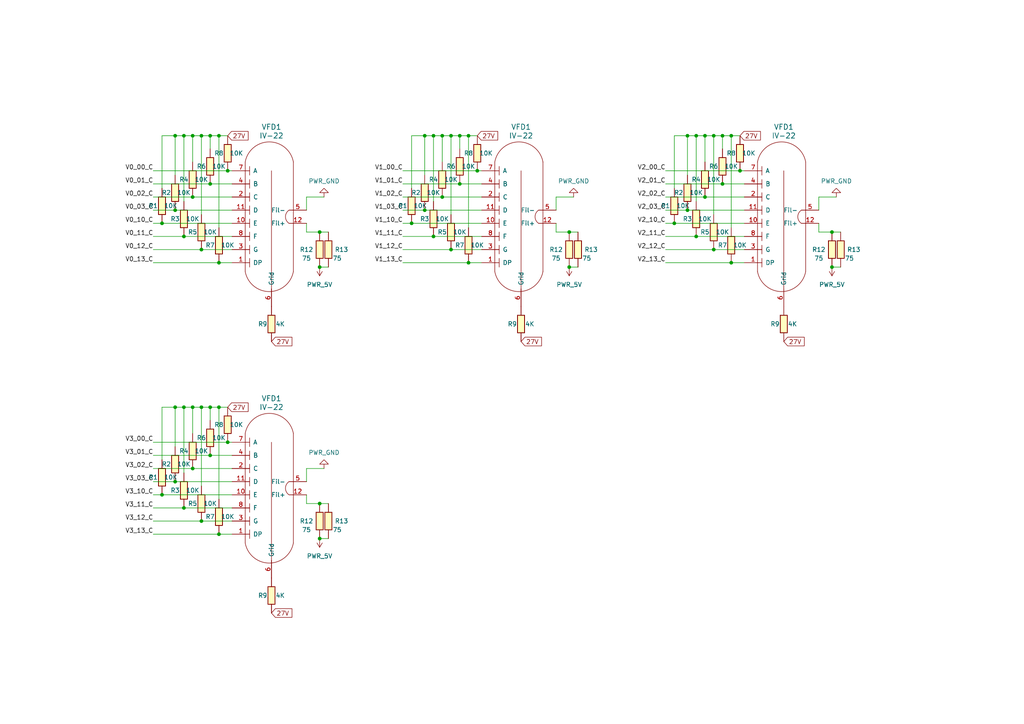
<source format=kicad_sch>
(kicad_sch (version 20230121) (generator eeschema)
  (paper "A4")
  (lib_symbols
    (symbol "Fab:PWR_5V" (power) (pin_names (offset 0))
      (property "Value" "PWR_5V" (at 0 3.556 0))
      (symbol "PWR_5V_0_1"
        (polyline (pts (xy -0.762 1.27) (xy 0 2.54)))
        (polyline (pts (xy 0 0) (xy 0 2.54)))
        (polyline (pts (xy 0 2.54) (xy 0.762 1.27)))
      )
      (symbol "PWR_5V_1_1"
        (pin power_in line (at 0 0 90) (length 0) hide (name "PWR_5V") (number "1"))
      )
    )
    (symbol "Fab:PWR_GND" (power) (pin_names (offset 0))
      (property "Value" "PWR_GND" (at 0 -3.81 0))
      (symbol "PWR_GND_0_1"
        (polyline (pts (xy 0 0) (xy 0 -1.27) (xy 1.27 -1.27) (xy 0 -2.54) (xy -1.27 -1.27) (xy 0 -1.27)))
      )
      (symbol "PWR_GND_1_1"
        (pin power_in line (at 0 0 270) (length 0) hide (name "PWR_GND") (number "1"))
      )
    )
    (symbol "Fab:R_1206" (pin_numbers hide) (pin_names (offset 0))
      (property "Reference" "R" (at 2.54 0 90))
      (property "Value" "R_1206" (at -2.54 0 90))
      (symbol "R_1206_0_1"
        (rectangle (start -1.016 -2.54) (end 1.016 2.54) (stroke (width 0.254)) (fill (type background)))
      )
      (symbol "R_1206_1_1"
        (pin passive line (at 0 5.08 270) (length 2.54) (name "~") (number "1"))
        (pin passive line (at 0 -5.08 90) (length 2.54) (name "~") (number "2"))
      )
    )
    (symbol "VFDs:IV-22" (pin_names (offset 1.016))
      (property "Reference" "VFD1" (at 0 29.21 0))
      (property "Value" "IV-22" (at 0 26.67 0))
      (symbol "IV-22_0_1"
        (arc (start -7.62 -12.7) (mid -0.635 -18.5295) (end 6.35 -12.7))
        (polyline (pts (xy -7.62 19.05) (xy -7.62 -12.7)))
        (polyline (pts (xy -6.35 -8.89) (xy -6.35 -11.43)))
        (polyline (pts (xy -6.35 -5.08) (xy -6.35 -7.62)))
        (polyline (pts (xy -6.35 -1.27) (xy -6.35 -3.81)))
        (polyline (pts (xy -6.35 2.54) (xy -6.35 0)))
        (polyline (pts (xy -6.35 6.35) (xy -6.35 3.81)))
        (polyline (pts (xy -6.35 10.16) (xy -6.35 7.62)))
        (polyline (pts (xy -6.35 13.97) (xy -6.35 11.43)))
        (polyline (pts (xy -6.35 17.78) (xy -6.35 15.24)))
        (polyline (pts (xy 0 -17.78) (xy 0 16.51)))
        (polyline (pts (xy 6.35 -12.7) (xy 6.35 19.05)))
        (arc (start 5.08 5.08) (mid 4.0605 3.175) (end 5.08 1.27))
        (arc (start 6.35 19.05) (mid -0.635 24.8795) (end -7.62 19.05))
      )
      (symbol "IV-22_1_1"
        (pin output line (at -11.43 -10.16 0) (length 5.08) (name "DP") (number "1"))
        (pin output line (at -11.43 1.27 0) (length 5.08) (name "E") (number "10"))
        (pin output line (at -11.43 5.08 0) (length 5.08) (name "D") (number "11"))
        (pin input line (at 10.16 1.27 180) (length 5.08) (name "Fil+") (number "12"))
        (pin output line (at -11.43 8.89 0) (length 5.08) (name "C") (number "2"))
        (pin output line (at -11.43 -6.35 0) (length 5.08) (name "G") (number "3"))
        (pin output line (at -11.43 12.7 0) (length 5.08) (name "B") (number "4"))
        (pin input line (at 10.16 5.08 180) (length 5.08) (name "Fil-") (number "5"))
        (pin input line (at 0 -22.86 90) (length 5.08) (name "Grid") (number "6"))
        (pin output line (at -11.43 16.51 0) (length 5.08) (name "A") (number "7"))
        (pin output line (at -11.43 -2.54 0) (length 5.08) (name "F") (number "8"))
      )
    )
  )
  (junction (at 60.96 53.34))
  (junction (at 199.39 39.37))
  (junction (at 66.04 49.53))
  (junction (at 212.09 39.37))
  (junction (at 50.8 139.7))
  (junction (at 63.5 76.2))
  (junction (at 53.34 118.11))
  (junction (at 214.63 49.53))
  (junction (at 128.27 39.37))
  (junction (at 212.09 76.2))
  (junction (at 53.34 147.32))
  (junction (at 60.96 132.08))
  (junction (at 58.42 39.37))
  (junction (at 46.99 64.77))
  (junction (at 123.19 60.96))
  (junction (at 201.93 39.37))
  (junction (at 241.3 67.31))
  (junction (at 135.89 39.37))
  (junction (at 207.01 72.39))
  (junction (at 199.39 60.96))
  (junction (at 50.8 118.11))
  (junction (at 55.88 39.37))
  (junction (at 58.42 151.13))
  (junction (at 92.71 156.21))
  (junction (at 92.71 67.31))
  (junction (at 58.42 118.11))
  (junction (at 55.88 135.89))
  (junction (at 138.43 49.53))
  (junction (at 63.5 118.11))
  (junction (at 53.34 68.58))
  (junction (at 201.93 68.58))
  (junction (at 53.34 39.37))
  (junction (at 130.81 39.37))
  (junction (at 125.73 39.37))
  (junction (at 209.55 53.34))
  (junction (at 133.35 53.34))
  (junction (at 130.81 72.39))
  (junction (at 55.88 118.11))
  (junction (at 60.96 118.11))
  (junction (at 204.47 39.37))
  (junction (at 241.3 77.47))
  (junction (at 63.5 39.37))
  (junction (at 128.27 57.15))
  (junction (at 66.04 128.27))
  (junction (at 119.38 64.77))
  (junction (at 92.71 77.47))
  (junction (at 50.8 60.96))
  (junction (at 135.89 76.2))
  (junction (at 55.88 57.15))
  (junction (at 204.47 57.15))
  (junction (at 165.1 77.47))
  (junction (at 133.35 39.37))
  (junction (at 125.73 68.58))
  (junction (at 63.5 154.94))
  (junction (at 60.96 39.37))
  (junction (at 46.99 143.51))
  (junction (at 165.1 67.31))
  (junction (at 50.8 39.37))
  (junction (at 92.71 146.05))
  (junction (at 207.01 39.37))
  (junction (at 123.19 39.37))
  (junction (at 209.55 39.37))
  (junction (at 195.58 64.77))
  (junction (at 58.42 72.39))
  (wire (pts (xy 50.8 139.7) (xy 67.31 139.7)))
  (wire (pts (xy 55.88 118.11) (xy 58.42 118.11)))
  (wire (pts (xy 44.45 49.53) (xy 66.04 49.53)))
  (wire (pts (xy 193.04 57.15) (xy 204.47 57.15)))
  (wire (pts (xy 92.71 67.31) (xy 88.9 67.31)))
  (wire (pts (xy 58.42 151.13) (xy 67.31 151.13)))
  (wire (pts (xy 241.3 77.47) (xy 243.84 77.47)))
  (wire (pts (xy 161.29 60.96) (xy 161.29 57.15)))
  (wire (pts (xy 46.99 133.35) (xy 46.99 118.11)))
  (wire (pts (xy 44.45 53.34) (xy 60.96 53.34)))
  (wire (pts (xy 125.73 68.58) (xy 139.7 68.58)))
  (wire (pts (xy 44.45 76.2) (xy 63.5 76.2)))
  (wire (pts (xy 193.04 76.2) (xy 212.09 76.2)))
  (wire (pts (xy 207.01 39.37) (xy 209.55 39.37)))
  (wire (pts (xy 135.89 39.37) (xy 138.43 39.37)))
  (wire (pts (xy 207.01 39.37) (xy 207.01 62.23)))
  (wire (pts (xy 44.45 143.51) (xy 46.99 143.51)))
  (wire (pts (xy 44.45 60.96) (xy 50.8 60.96)))
  (wire (pts (xy 123.19 39.37) (xy 125.73 39.37)))
  (wire (pts (xy 60.96 39.37) (xy 63.5 39.37)))
  (wire (pts (xy 53.34 39.37) (xy 53.34 58.42)))
  (wire (pts (xy 119.38 39.37) (xy 123.19 39.37)))
  (wire (pts (xy 50.8 39.37) (xy 53.34 39.37)))
  (wire (pts (xy 44.45 128.27) (xy 66.04 128.27)))
  (wire (pts (xy 116.84 49.53) (xy 138.43 49.53)))
  (wire (pts (xy 92.71 67.31) (xy 95.25 67.31)))
  (wire (pts (xy 199.39 50.8) (xy 199.39 39.37)))
  (wire (pts (xy 130.81 72.39) (xy 139.7 72.39)))
  (wire (pts (xy 119.38 54.61) (xy 119.38 39.37)))
  (wire (pts (xy 116.84 68.58) (xy 125.73 68.58)))
  (wire (pts (xy 125.73 39.37) (xy 125.73 58.42)))
  (wire (pts (xy 63.5 154.94) (xy 67.31 154.94)))
  (wire (pts (xy 195.58 64.77) (xy 215.9 64.77)))
  (wire (pts (xy 193.04 68.58) (xy 201.93 68.58)))
  (wire (pts (xy 55.88 39.37) (xy 55.88 46.99)))
  (wire (pts (xy 53.34 147.32) (xy 67.31 147.32)))
  (wire (pts (xy 204.47 57.15) (xy 215.9 57.15)))
  (wire (pts (xy 199.39 60.96) (xy 215.9 60.96)))
  (wire (pts (xy 44.45 154.94) (xy 63.5 154.94)))
  (wire (pts (xy 44.45 64.77) (xy 46.99 64.77)))
  (wire (pts (xy 133.35 53.34) (xy 139.7 53.34)))
  (wire (pts (xy 201.93 39.37) (xy 201.93 58.42)))
  (wire (pts (xy 53.34 68.58) (xy 67.31 68.58)))
  (wire (pts (xy 138.43 49.53) (xy 139.7 49.53)))
  (wire (pts (xy 63.5 76.2) (xy 67.31 76.2)))
  (wire (pts (xy 135.89 76.2) (xy 139.7 76.2)))
  (wire (pts (xy 50.8 129.54) (xy 50.8 118.11)))
  (wire (pts (xy 50.8 60.96) (xy 67.31 60.96)))
  (wire (pts (xy 88.9 67.31) (xy 88.9 64.77)))
  (wire (pts (xy 237.49 67.31) (xy 237.49 64.77)))
  (wire (pts (xy 116.84 53.34) (xy 133.35 53.34)))
  (wire (pts (xy 92.71 146.05) (xy 88.9 146.05)))
  (wire (pts (xy 130.81 39.37) (xy 130.81 62.23)))
  (wire (pts (xy 46.99 143.51) (xy 67.31 143.51)))
  (wire (pts (xy 92.71 77.47) (xy 95.25 77.47)))
  (wire (pts (xy 204.47 39.37) (xy 207.01 39.37)))
  (wire (pts (xy 128.27 39.37) (xy 128.27 46.99)))
  (wire (pts (xy 209.55 53.34) (xy 215.9 53.34)))
  (wire (pts (xy 128.27 57.15) (xy 139.7 57.15)))
  (wire (pts (xy 133.35 39.37) (xy 133.35 43.18)))
  (wire (pts (xy 92.71 146.05) (xy 95.25 146.05)))
  (wire (pts (xy 44.45 68.58) (xy 53.34 68.58)))
  (wire (pts (xy 161.29 67.31) (xy 161.29 64.77)))
  (wire (pts (xy 60.96 132.08) (xy 67.31 132.08)))
  (wire (pts (xy 201.93 68.58) (xy 215.9 68.58)))
  (wire (pts (xy 133.35 39.37) (xy 135.89 39.37)))
  (wire (pts (xy 63.5 39.37) (xy 66.04 39.37)))
  (wire (pts (xy 193.04 60.96) (xy 199.39 60.96)))
  (wire (pts (xy 237.49 60.96) (xy 237.49 57.15)))
  (wire (pts (xy 116.84 57.15) (xy 128.27 57.15)))
  (wire (pts (xy 193.04 64.77) (xy 195.58 64.77)))
  (wire (pts (xy 128.27 39.37) (xy 130.81 39.37)))
  (wire (pts (xy 161.29 57.15) (xy 166.37 57.15)))
  (wire (pts (xy 88.9 139.7) (xy 88.9 135.89)))
  (wire (pts (xy 55.88 135.89) (xy 67.31 135.89)))
  (wire (pts (xy 195.58 39.37) (xy 199.39 39.37)))
  (wire (pts (xy 63.5 118.11) (xy 66.04 118.11)))
  (wire (pts (xy 44.45 139.7) (xy 50.8 139.7)))
  (wire (pts (xy 58.42 39.37) (xy 58.42 62.23)))
  (wire (pts (xy 44.45 151.13) (xy 58.42 151.13)))
  (wire (pts (xy 116.84 64.77) (xy 119.38 64.77)))
  (wire (pts (xy 88.9 135.89) (xy 93.98 135.89)))
  (wire (pts (xy 241.3 67.31) (xy 243.84 67.31)))
  (wire (pts (xy 46.99 39.37) (xy 50.8 39.37)))
  (wire (pts (xy 212.09 76.2) (xy 215.9 76.2)))
  (wire (pts (xy 46.99 54.61) (xy 46.99 39.37)))
  (wire (pts (xy 241.3 67.31) (xy 237.49 67.31)))
  (wire (pts (xy 55.88 39.37) (xy 58.42 39.37)))
  (wire (pts (xy 44.45 147.32) (xy 53.34 147.32)))
  (wire (pts (xy 214.63 49.53) (xy 215.9 49.53)))
  (wire (pts (xy 209.55 39.37) (xy 212.09 39.37)))
  (wire (pts (xy 125.73 39.37) (xy 128.27 39.37)))
  (wire (pts (xy 193.04 49.53) (xy 214.63 49.53)))
  (wire (pts (xy 63.5 39.37) (xy 63.5 66.04)))
  (wire (pts (xy 212.09 39.37) (xy 212.09 66.04)))
  (wire (pts (xy 119.38 64.77) (xy 139.7 64.77)))
  (wire (pts (xy 58.42 118.11) (xy 58.42 140.97)))
  (wire (pts (xy 207.01 72.39) (xy 215.9 72.39)))
  (wire (pts (xy 44.45 132.08) (xy 60.96 132.08)))
  (wire (pts (xy 88.9 146.05) (xy 88.9 143.51)))
  (wire (pts (xy 123.19 50.8) (xy 123.19 39.37)))
  (wire (pts (xy 88.9 57.15) (xy 93.98 57.15)))
  (wire (pts (xy 165.1 67.31) (xy 161.29 67.31)))
  (wire (pts (xy 165.1 77.47) (xy 167.64 77.47)))
  (wire (pts (xy 44.45 135.89) (xy 55.88 135.89)))
  (wire (pts (xy 66.04 49.53) (xy 67.31 49.53)))
  (wire (pts (xy 50.8 118.11) (xy 53.34 118.11)))
  (wire (pts (xy 116.84 72.39) (xy 130.81 72.39)))
  (wire (pts (xy 55.88 57.15) (xy 67.31 57.15)))
  (wire (pts (xy 237.49 57.15) (xy 242.57 57.15)))
  (wire (pts (xy 193.04 72.39) (xy 207.01 72.39)))
  (wire (pts (xy 204.47 39.37) (xy 204.47 46.99)))
  (wire (pts (xy 58.42 72.39) (xy 67.31 72.39)))
  (wire (pts (xy 55.88 118.11) (xy 55.88 125.73)))
  (wire (pts (xy 116.84 76.2) (xy 135.89 76.2)))
  (wire (pts (xy 88.9 60.96) (xy 88.9 57.15)))
  (wire (pts (xy 201.93 39.37) (xy 204.47 39.37)))
  (wire (pts (xy 92.71 156.21) (xy 95.25 156.21)))
  (wire (pts (xy 53.34 118.11) (xy 55.88 118.11)))
  (wire (pts (xy 66.04 128.27) (xy 67.31 128.27)))
  (wire (pts (xy 209.55 39.37) (xy 209.55 43.18)))
  (wire (pts (xy 46.99 118.11) (xy 50.8 118.11)))
  (wire (pts (xy 199.39 39.37) (xy 201.93 39.37)))
  (wire (pts (xy 123.19 60.96) (xy 139.7 60.96)))
  (wire (pts (xy 135.89 39.37) (xy 135.89 66.04)))
  (wire (pts (xy 50.8 50.8) (xy 50.8 39.37)))
  (wire (pts (xy 58.42 118.11) (xy 60.96 118.11)))
  (wire (pts (xy 60.96 118.11) (xy 60.96 121.92)))
  (wire (pts (xy 53.34 118.11) (xy 53.34 137.16)))
  (wire (pts (xy 116.84 60.96) (xy 123.19 60.96)))
  (wire (pts (xy 165.1 67.31) (xy 167.64 67.31)))
  (wire (pts (xy 130.81 39.37) (xy 133.35 39.37)))
  (wire (pts (xy 53.34 39.37) (xy 55.88 39.37)))
  (wire (pts (xy 58.42 39.37) (xy 60.96 39.37)))
  (wire (pts (xy 195.58 54.61) (xy 195.58 39.37)))
  (wire (pts (xy 46.99 64.77) (xy 67.31 64.77)))
  (wire (pts (xy 193.04 53.34) (xy 209.55 53.34)))
  (wire (pts (xy 63.5 118.11) (xy 63.5 144.78)))
  (wire (pts (xy 44.45 72.39) (xy 58.42 72.39)))
  (wire (pts (xy 60.96 118.11) (xy 63.5 118.11)))
  (wire (pts (xy 212.09 39.37) (xy 214.63 39.37)))
  (wire (pts (xy 60.96 53.34) (xy 67.31 53.34)))
  (wire (pts (xy 60.96 39.37) (xy 60.96 43.18)))
  (wire (pts (xy 44.45 57.15) (xy 55.88 57.15)))
  (label "V0_12_C" (at 44.45 72.39 180))
  (label "V2_01_C" (at 193.04 53.34 180))
  (label "V3_03_C" (at 44.45 139.7 180))
  (label "V1_03_C" (at 116.84 60.96 180))
  (label "V1_12_C" (at 116.84 72.39 180))
  (label "V0_02_C" (at 44.45 57.15 180))
  (label "V3_01_C" (at 44.45 132.08 180))
  (label "V2_00_C" (at 193.04 49.53 180))
  (label "V2_11_C" (at 193.04 68.58 180))
  (label "V2_10_C" (at 193.04 64.77 180))
  (label "V0_11_C" (at 44.45 68.58 180))
  (label "V0_03_C" (at 44.45 60.96 180))
  (label "V0_13_C" (at 44.45 76.2 180))
  (label "V2_03_C" (at 193.04 60.96 180))
  (label "V2_13_C" (at 193.04 76.2 180))
  (label "V3_12_C" (at 44.45 151.13 180))
  (label "V3_00_C" (at 44.45 128.27 180))
  (label "V1_01_C" (at 116.84 53.34 180))
  (label "V3_13_C" (at 44.45 154.94 180))
  (label "V2_02_C" (at 193.04 57.15 180))
  (label "V3_10_C" (at 44.45 143.51 180))
  (label "V0_01_C" (at 44.45 53.34 180))
  (label "V1_11_C" (at 116.84 68.58 180))
  (label "V3_11_C" (at 44.45 147.32 180))
  (label "V3_02_C" (at 44.45 135.89 180))
  (label "V1_13_C" (at 116.84 76.2 180))
  (label "V1_02_C" (at 116.84 57.15 180))
  (label "V1_10_C" (at 116.84 64.77 180))
  (label "V0_10_C" (at 44.45 64.77 180))
  (label "V1_00_C" (at 116.84 49.53 180))
  (label "V0_00_C" (at 44.45 49.53 180))
  (label "V2_12_C" (at 193.04 72.39 180))
  (global_label "27V" (shape input) (at 138.43 39.37 0) (property "Intersheetrefs" "${INTERSHEET_REFS}" (effects hide)))
  (global_label "27V" (shape input) (at 78.74 99.06 0) (property "Intersheetrefs" "${INTERSHEET_REFS}" (effects hide)))
  (global_label "27V" (shape input) (at 66.04 39.37 0) (property "Intersheetrefs" "${INTERSHEET_REFS}" (effects hide)))
  (global_label "27V" (shape input) (at 78.74 177.8 0) (property "Intersheetrefs" "${INTERSHEET_REFS}" (effects hide)))
  (global_label "27V" (shape input) (at 227.33 99.06 0) (property "Intersheetrefs" "${INTERSHEET_REFS}" (effects hide)))
  (global_label "27V" (shape input) (at 214.63 39.37 0) (property "Intersheetrefs" "${INTERSHEET_REFS}" (effects hide)))
  (global_label "27V" (shape input) (at 66.04 118.11 0) (property "Intersheetrefs" "${INTERSHEET_REFS}" (effects hide)))
  (global_label "27V" (shape input) (at 151.13 99.06 0) (property "Intersheetrefs" "${INTERSHEET_REFS}" (effects hide)))
  (symbol (lib_id "Fab:R_1206") (at 50.8 55.88 0) (mirror y) (unit 1)
    (property "Reference" "R2" (at 48.26 55.88 0))
    (property "Value" "10K" (at 53.34 55.88 0))
    (property "Footprint" "Fab:R_1206" (effects hide))
    (instances (project "vfd_clock" (path "" (reference "R2") (unit 1)) (path "" (reference "R2") (unit 1))) (project "vfd_pcb" (path "" (reference "R13") (unit 1))))
  )
  (symbol (lib_id "VFDs:IV-22") (at 151.13 66.04 0) (unit 1)
    (property "Reference" "VFD1" (at 151.13 36.83 0) (effects (font (size 1.524 1.524))))
    (property "Value" "IV-22" (at 151.13 39.37 0) (effects (font (size 1.524 1.524))))
    (property "Footprint" "VFD:IV-22" (effects hide))
    (instances (project "vfd_clock" (path "" (reference "VFD1") (unit 1)) (path "" (reference "VFD2") (unit 1))) (project "vfd_pcb" (path "" (reference "VFD1") (unit 1))))
  )
  (symbol (lib_id "Fab:R_1206") (at 130.81 67.31 0) (mirror y) (unit 1)
    (property "Reference" "R5" (at 128.27 67.31 0))
    (property "Value" "10K" (at 133.35 67.31 0))
    (property "Footprint" "Fab:R_1206" (effects hide))
    (instances (project "vfd_clock" (path "" (reference "R5") (unit 1)) (path "" (reference "R18") (unit 1))) (project "vfd_pcb" (path "" (reference "R15") (unit 1))))
  )
  (symbol (lib_id "Fab:R_1206") (at 195.58 59.69 0) (mirror y) (unit 1)
    (property "Reference" "R1" (at 193.04 59.69 0))
    (property "Value" "10K" (at 198.12 59.69 0))
    (property "Footprint" "Fab:R_1206" (effects hide))
    (instances (project "vfd_clock" (path "" (reference "R1") (unit 1)) (path "" (reference "R25") (unit 1))) (project "vfd_pcb" (path "" (reference "R1") (unit 1))))
  )
  (symbol (lib_id "Fab:R_1206") (at 119.38 59.69 0) (mirror y) (unit 1)
    (property "Reference" "R1" (at 116.84 59.69 0))
    (property "Value" "10K" (at 121.92 59.69 0))
    (property "Footprint" "Fab:R_1206" (effects hide))
    (instances (project "vfd_clock" (path "" (reference "R1") (unit 1)) (path "" (reference "R14") (unit 1))) (project "vfd_pcb" (path "" (reference "R1") (unit 1))))
  )
  (symbol (lib_id "Fab:R_1206") (at 125.73 63.5 0) (mirror y) (unit 1)
    (property "Reference" "R3" (at 123.19 63.5 0))
    (property "Value" "10K" (at 128.27 63.5 0))
    (property "Footprint" "Fab:R_1206" (effects hide))
    (instances (project "vfd_clock" (path "" (reference "R3") (unit 1)) (path "" (reference "R16") (unit 1))) (project "vfd_pcb" (path "" (reference "R14") (unit 1))))
  )
  (symbol (lib_id "Fab:R_1206") (at 53.34 142.24 0) (mirror y) (unit 1)
    (property "Reference" "R3" (at 50.8 142.24 0))
    (property "Value" "10K" (at 55.88 142.24 0))
    (property "Footprint" "Fab:R_1206" (effects hide))
    (instances (project "vfd_clock" (path "" (reference "R3") (unit 1)) (path "" (reference "R38") (unit 1))) (project "vfd_pcb" (path "" (reference "R14") (unit 1))))
  )
  (symbol (lib_id "Fab:R_1206") (at 50.8 134.62 0) (mirror y) (unit 1)
    (property "Reference" "R2" (at 48.26 134.62 0))
    (property "Value" "10K" (at 53.34 134.62 0))
    (property "Footprint" "Fab:R_1206" (effects hide))
    (instances (project "vfd_clock" (path "" (reference "R2") (unit 1)) (path "" (reference "R37") (unit 1))) (project "vfd_pcb" (path "" (reference "R13") (unit 1))))
  )
  (symbol (lib_id "Fab:R_1206") (at 165.1 72.39 0) (mirror y) (unit 1)
    (property "Reference" "R12" (at 161.29 72.39 0))
    (property "Value" "75" (at 161.29 74.93 0))
    (property "Footprint" "Fab:R_1206" (effects hide))
    (instances (project "vfd_clock" (path "" (reference "R12") (unit 1)) (path "" (reference "R23") (unit 1))) (project "vfd_pcb" (path "" (reference "R18") (unit 1))))
  )
  (symbol (lib_id "Fab:R_1206") (at 53.34 63.5 0) (mirror y) (unit 1)
    (property "Reference" "R3" (at 50.8 63.5 0))
    (property "Value" "10K" (at 55.88 63.5 0))
    (property "Footprint" "Fab:R_1206" (effects hide))
    (instances (project "vfd_clock" (path "" (reference "R3") (unit 1)) (path "" (reference "R3") (unit 1))) (project "vfd_pcb" (path "" (reference "R14") (unit 1))))
  )
  (symbol (lib_id "Fab:R_1206") (at 199.39 55.88 0) (mirror y) (unit 1)
    (property "Reference" "R2" (at 196.85 55.88 0))
    (property "Value" "10K" (at 201.93 55.88 0))
    (property "Footprint" "Fab:R_1206" (effects hide))
    (instances (project "vfd_clock" (path "" (reference "R2") (unit 1)) (path "" (reference "R26") (unit 1))) (project "vfd_pcb" (path "" (reference "R13") (unit 1))))
  )
  (symbol (lib_id "Fab:R_1206") (at 209.55 48.26 0) (mirror y) (unit 1)
    (property "Reference" "R6" (at 207.01 48.26 0))
    (property "Value" "10K" (at 212.09 48.26 0))
    (property "Footprint" "Fab:R_1206" (effects hide))
    (instances (project "vfd_clock" (path "" (reference "R6") (unit 1)) (path "" (reference "R30") (unit 1))) (project "vfd_pcb" (path "" (reference "R11") (unit 1))))
  )
  (symbol (lib_id "Fab:R_1206") (at 92.71 72.39 0) (mirror y) (unit 1)
    (property "Reference" "R12" (at 88.9 72.39 0))
    (property "Value" "75" (at 88.9 74.93 0))
    (property "Footprint" "Fab:R_1206" (effects hide))
    (instances (project "vfd_clock" (path "" (reference "R12") (unit 1)) (path "" (reference "R12") (unit 1))) (project "vfd_pcb" (path "" (reference "R18") (unit 1))))
  )
  (symbol (lib_id "Fab:PWR_GND") (at 93.98 135.89 0) (mirror x) (unit 1)
    (property "Reference" "#PWR013" (effects hide))
    (property "Value" "PWR_GND" (at 98.5186 131.2673 0) (effects (justify right)))
    (instances (project "vfd_clock" (path "" (reference "#PWR013") (unit 1)) (path "" (reference "#PWR061") (unit 1))) (project "vfd_pcb" (path "" (reference "#PWR012") (unit 1))))
  )
  (symbol (lib_id "Fab:R_1206") (at 167.64 72.39 0) (mirror y) (unit 1)
    (property "Reference" "R13" (at 171.45 72.39 0))
    (property "Value" "75" (at 170.18 74.93 0))
    (property "Footprint" "Fab:R_1206" (effects hide))
    (instances (project "vfd_clock" (path "" (reference "R13") (unit 1)) (path "" (reference "R24") (unit 1))) (project "vfd_pcb" (path "" (reference "R17") (unit 1))))
  )
  (symbol (lib_id "Fab:R_1206") (at 95.25 72.39 0) (mirror y) (unit 1)
    (property "Reference" "R13" (at 99.06 72.39 0))
    (property "Value" "75" (at 97.79 74.93 0))
    (property "Footprint" "Fab:R_1206" (effects hide))
    (instances (project "vfd_clock" (path "" (reference "R13") (unit 1)) (path "" (reference "R13") (unit 1))) (project "vfd_pcb" (path "" (reference "R17") (unit 1))))
  )
  (symbol (lib_id "Fab:R_1206") (at 66.04 123.19 0) (mirror y) (unit 1)
    (property "Reference" "R8" (at 63.5 123.19 0))
    (property "Value" "10K" (at 68.58 123.19 0))
    (property "Footprint" "Fab:R_1206" (effects hide))
    (instances (project "vfd_clock" (path "" (reference "R8") (unit 1)) (path "" (reference "R43") (unit 1))) (project "vfd_pcb" (path "" (reference "R6") (unit 1))))
  )
  (symbol (lib_id "Fab:R_1206") (at 243.84 72.39 0) (mirror y) (unit 1)
    (property "Reference" "R13" (at 247.65 72.39 0))
    (property "Value" "75" (at 246.38 74.93 0))
    (property "Footprint" "Fab:R_1206" (effects hide))
    (instances (project "vfd_clock" (path "" (reference "R13") (unit 1)) (path "" (reference "R35") (unit 1))) (project "vfd_pcb" (path "" (reference "R17") (unit 1))))
  )
  (symbol (lib_id "Fab:PWR_GND") (at 93.98 57.15 0) (mirror x) (unit 1)
    (property "Reference" "#PWR013" (effects hide))
    (property "Value" "PWR_GND" (at 98.5186 52.5273 0) (effects (justify right)))
    (instances (project "vfd_clock" (path "" (reference "#PWR013") (unit 1)) (path "" (reference "#PWR013") (unit 1))) (project "vfd_pcb" (path "" (reference "#PWR012") (unit 1))))
  )
  (symbol (lib_id "Fab:R_1206") (at 60.96 127 0) (mirror y) (unit 1)
    (property "Reference" "R6" (at 58.42 127 0))
    (property "Value" "10K" (at 63.5 127 0))
    (property "Footprint" "Fab:R_1206" (effects hide))
    (instances (project "vfd_clock" (path "" (reference "R6") (unit 1)) (path "" (reference "R41") (unit 1))) (project "vfd_pcb" (path "" (reference "R11") (unit 1))))
  )
  (symbol (lib_id "Fab:R_1206") (at 214.63 44.45 0) (mirror y) (unit 1)
    (property "Reference" "R8" (at 212.09 44.45 0))
    (property "Value" "10K" (at 217.17 44.45 0))
    (property "Footprint" "Fab:R_1206" (effects hide))
    (instances (project "vfd_clock" (path "" (reference "R8") (unit 1)) (path "" (reference "R32") (unit 1))) (project "vfd_pcb" (path "" (reference "R6") (unit 1))))
  )
  (symbol (lib_id "Fab:R_1206") (at 201.93 63.5 0) (mirror y) (unit 1)
    (property "Reference" "R3" (at 199.39 63.5 0))
    (property "Value" "10K" (at 204.47 63.5 0))
    (property "Footprint" "Fab:R_1206" (effects hide))
    (instances (project "vfd_clock" (path "" (reference "R3") (unit 1)) (path "" (reference "R27") (unit 1))) (project "vfd_pcb" (path "" (reference "R14") (unit 1))))
  )
  (symbol (lib_id "Fab:R_1206") (at 60.96 48.26 0) (mirror y) (unit 1)
    (property "Reference" "R6" (at 58.42 48.26 0))
    (property "Value" "10K" (at 63.5 48.26 0))
    (property "Footprint" "Fab:R_1206" (effects hide))
    (instances (project "vfd_clock" (path "" (reference "R6") (unit 1)) (path "" (reference "R6") (unit 1))) (project "vfd_pcb" (path "" (reference "R11") (unit 1))))
  )
  (symbol (lib_id "VFDs:IV-22") (at 78.74 66.04 0) (unit 1)
    (property "Reference" "VFD1" (at 78.74 36.83 0) (effects (font (size 1.524 1.524))))
    (property "Value" "IV-22" (at 78.74 39.37 0) (effects (font (size 1.524 1.524))))
    (property "Footprint" "VFD:IV-22" (effects hide))
  )
  (symbol (lib_id "Fab:R_1206") (at 55.88 130.81 0) (mirror y) (unit 1)
    (property "Reference" "R4" (at 53.34 130.81 0))
    (property "Value" "10K" (at 58.42 130.81 0))
    (property "Footprint" "Fab:R_1206" (effects hide))
    (instances (project "vfd_clock" (path "" (reference "R4") (unit 1)) (path "" (reference "R39") (unit 1))) (project "vfd_pcb" (path "" (reference "R12") (unit 1))))
  )
  (symbol (lib_id "Fab:R_1206") (at 151.13 93.98 0) (mirror y) (unit 1)
    (property "Reference" "R9" (at 148.59 93.98 0))
    (property "Value" "4K" (at 153.67 93.98 0))
    (property "Footprint" "Fab:R_1206" (effects hide))
    (instances (project "vfd_clock" (path "" (reference "R9") (unit 1)) (path "" (reference "R22") (unit 1))) (project "vfd_pcb" (path "" (reference "R5") (unit 1))))
  )
  (symbol (lib_id "Fab:R_1206") (at 204.47 52.07 0) (mirror y) (unit 1)
    (property "Reference" "R4" (at 201.93 52.07 0))
    (property "Value" "10K" (at 207.01 52.07 0))
    (property "Footprint" "Fab:R_1206" (effects hide))
    (instances (project "vfd_clock" (path "" (reference "R4") (unit 1)) (path "" (reference "R28") (unit 1))) (project "vfd_pcb" (path "" (reference "R12") (unit 1))))
  )
  (symbol (lib_id "Fab:R_1206") (at 92.71 151.13 0) (mirror y) (unit 1)
    (property "Reference" "R12" (at 88.9 151.13 0))
    (property "Value" "75" (at 88.9 153.67 0))
    (property "Footprint" "Fab:R_1206" (effects hide))
    (instances (project "vfd_clock" (path "" (reference "R12") (unit 1)) (path "" (reference "R45") (unit 1))) (project "vfd_pcb" (path "" (reference "R18") (unit 1))))
  )
  (symbol (lib_id "Fab:R_1206") (at 58.42 146.05 0) (mirror y) (unit 1)
    (property "Reference" "R5" (at 55.88 146.05 0))
    (property "Value" "10K" (at 60.96 146.05 0))
    (property "Footprint" "Fab:R_1206" (effects hide))
    (instances (project "vfd_clock" (path "" (reference "R5") (unit 1)) (path "" (reference "R40") (unit 1))) (project "vfd_pcb" (path "" (reference "R15") (unit 1))))
  )
  (symbol (lib_id "Fab:PWR_5V") (at 92.71 156.21 0) (mirror x) (unit 1)
    (property "Reference" "#PWR012" (effects hide))
    (property "Value" "PWR_5V" (at 92.71 161.29 0))
    (instances (project "vfd_clock" (path "" (reference "#PWR012") (unit 1)) (path "" (reference "#PWR060") (unit 1))) (project "vfd_pcb" (path "" (reference "#PWR011") (unit 1))))
  )
  (symbol (lib_id "Fab:R_1206") (at 63.5 149.86 0) (mirror y) (unit 1)
    (property "Reference" "R7" (at 60.96 149.86 0))
    (property "Value" "10K" (at 66.04 149.86 0))
    (property "Footprint" "Fab:R_1206" (effects hide))
    (instances (project "vfd_clock" (path "" (reference "R7") (unit 1)) (path "" (reference "R42") (unit 1))) (project "vfd_pcb" (path "" (reference "R16") (unit 1))))
  )
  (symbol (lib_id "Fab:R_1206") (at 133.35 48.26 0) (mirror y) (unit 1)
    (property "Reference" "R6" (at 130.81 48.26 0))
    (property "Value" "10K" (at 135.89 48.26 0))
    (property "Footprint" "Fab:R_1206" (effects hide))
    (instances (project "vfd_clock" (path "" (reference "R6") (unit 1)) (path "" (reference "R19") (unit 1))) (project "vfd_pcb" (path "" (reference "R11") (unit 1))))
  )
  (symbol (lib_id "VFDs:IV-22") (at 227.33 66.04 0) (unit 1)
    (property "Reference" "VFD1" (at 227.33 36.83 0) (effects (font (size 1.524 1.524))))
    (property "Value" "IV-22" (at 227.33 39.37 0) (effects (font (size 1.524 1.524))))
    (property "Footprint" "VFD:IV-22" (effects hide))
    (instances (project "vfd_clock" (path "" (reference "VFD1") (unit 1)) (path "" (reference "VFD3") (unit 1))) (project "vfd_pcb" (path "" (reference "VFD1") (unit 1))))
  )
  (symbol (lib_id "Fab:R_1206") (at 55.88 52.07 0) (mirror y) (unit 1)
    (property "Reference" "R4" (at 53.34 52.07 0))
    (property "Value" "10K" (at 58.42 52.07 0))
    (property "Footprint" "Fab:R_1206" (effects hide))
    (instances (project "vfd_clock" (path "" (reference "R4") (unit 1)) (path "" (reference "R4") (unit 1))) (project "vfd_pcb" (path "" (reference "R12") (unit 1))))
  )
  (symbol (lib_id "Fab:R_1206") (at 58.42 67.31 0) (mirror y) (unit 1)
    (property "Reference" "R5" (at 55.88 67.31 0))
    (property "Value" "10K" (at 60.96 67.31 0))
    (property "Footprint" "Fab:R_1206" (effects hide))
    (instances (project "vfd_clock" (path "" (reference "R5") (unit 1)) (path "" (reference "R5") (unit 1))) (project "vfd_pcb" (path "" (reference "R15") (unit 1))))
  )
  (symbol (lib_id "Fab:R_1206") (at 123.19 55.88 0) (mirror y) (unit 1)
    (property "Reference" "R2" (at 120.65 55.88 0))
    (property "Value" "10K" (at 125.73 55.88 0))
    (property "Footprint" "Fab:R_1206" (effects hide))
    (instances (project "vfd_clock" (path "" (reference "R2") (unit 1)) (path "" (reference "R15") (unit 1))) (project "vfd_pcb" (path "" (reference "R13") (unit 1))))
  )
  (symbol (lib_id "Fab:R_1206") (at 95.25 151.13 0) (mirror y) (unit 1)
    (property "Reference" "R13" (at 99.06 151.13 0))
    (property "Value" "75" (at 97.79 153.67 0))
    (property "Footprint" "Fab:R_1206" (effects hide))
    (instances (project "vfd_clock" (path "" (reference "R13") (unit 1)) (path "" (reference "R46") (unit 1))) (project "vfd_pcb" (path "" (reference "R17") (unit 1))))
  )
  (symbol (lib_id "Fab:R_1206") (at 207.01 67.31 0) (mirror y) (unit 1)
    (property "Reference" "R5" (at 204.47 67.31 0))
    (property "Value" "10K" (at 209.55 67.31 0))
    (property "Footprint" "Fab:R_1206" (effects hide))
    (instances (project "vfd_clock" (path "" (reference "R5") (unit 1)) (path "" (reference "R29") (unit 1))) (project "vfd_pcb" (path "" (reference "R15") (unit 1))))
  )
  (symbol (lib_id "Fab:R_1206") (at 138.43 44.45 0) (mirror y) (unit 1)
    (property "Reference" "R8" (at 135.89 44.45 0))
    (property "Value" "10K" (at 140.97 44.45 0))
    (property "Footprint" "Fab:R_1206" (effects hide))
    (instances (project "vfd_clock" (path "" (reference "R8") (unit 1)) (path "" (reference "R21") (unit 1))) (project "vfd_pcb" (path "" (reference "R6") (unit 1))))
  )
  (symbol (lib_id "Fab:PWR_GND") (at 166.37 57.15 0) (mirror x) (unit 1)
    (property "Reference" "#PWR013" (effects hide))
    (property "Value" "PWR_GND" (at 170.9086 52.5273 0) (effects (justify right)))
    (instances (project "vfd_clock" (path "" (reference "#PWR013") (unit 1)) (path "" (reference "#PWR057") (unit 1))) (project "vfd_pcb" (path "" (reference "#PWR012") (unit 1))))
  )
  (symbol (lib_id "Fab:PWR_5V") (at 241.3 77.47 0) (mirror x) (unit 1)
    (property "Reference" "#PWR012" (effects hide))
    (property "Value" "PWR_5V" (at 241.3 82.55 0))
    (instances (project "vfd_clock" (path "" (reference "#PWR012") (unit 1)) (path "" (reference "#PWR058") (unit 1))) (project "vfd_pcb" (path "" (reference "#PWR011") (unit 1))))
  )
  (symbol (lib_id "Fab:R_1206") (at 128.27 52.07 0) (mirror y) (unit 1)
    (property "Reference" "R4" (at 125.73 52.07 0))
    (property "Value" "10K" (at 130.81 52.07 0))
    (property "Footprint" "Fab:R_1206" (effects hide))
    (instances (project "vfd_clock" (path "" (reference "R4") (unit 1)) (path "" (reference "R17") (unit 1))) (project "vfd_pcb" (path "" (reference "R12") (unit 1))))
  )
  (symbol (lib_id "Fab:PWR_5V") (at 165.1 77.47 0) (mirror x) (unit 1)
    (property "Reference" "#PWR012" (effects hide))
    (property "Value" "PWR_5V" (at 165.1 82.55 0))
    (instances (project "vfd_clock" (path "" (reference "#PWR012") (unit 1)) (path "" (reference "#PWR056") (unit 1))) (project "vfd_pcb" (path "" (reference "#PWR011") (unit 1))))
  )
  (symbol (lib_id "VFDs:IV-22") (at 78.74 144.78 0) (unit 1)
    (property "Reference" "VFD1" (at 78.74 115.57 0) (effects (font (size 1.524 1.524))))
    (property "Value" "IV-22" (at 78.74 118.11 0) (effects (font (size 1.524 1.524))))
    (property "Footprint" "VFD:IV-22" (effects hide))
    (instances (project "vfd_clock" (path "" (reference "VFD1") (unit 1)) (path "" (reference "VFD4") (unit 1))) (project "vfd_pcb" (path "" (reference "VFD1") (unit 1))))
  )
  (symbol (lib_id "Fab:R_1206") (at 227.33 93.98 0) (mirror y) (unit 1)
    (property "Reference" "R9" (at 224.79 93.98 0))
    (property "Value" "4K" (at 229.87 93.98 0))
    (property "Footprint" "Fab:R_1206" (effects hide))
    (instances (project "vfd_clock" (path "" (reference "R9") (unit 1)) (path "" (reference "R33") (unit 1))) (project "vfd_pcb" (path "" (reference "R5") (unit 1))))
  )
  (symbol (lib_id "Fab:R_1206") (at 241.3 72.39 0) (mirror y) (unit 1)
    (property "Reference" "R12" (at 237.49 72.39 0))
    (property "Value" "75" (at 237.49 74.93 0))
    (property "Footprint" "Fab:R_1206" (effects hide))
    (instances (project "vfd_clock" (path "" (reference "R12") (unit 1)) (path "" (reference "R34") (unit 1))) (project "vfd_pcb" (path "" (reference "R18") (unit 1))))
  )
  (symbol (lib_id "Fab:R_1206") (at 46.99 138.43 0) (mirror y) (unit 1)
    (property "Reference" "R1" (at 44.45 138.43 0))
    (property "Value" "10K" (at 49.53 138.43 0))
    (property "Footprint" "Fab:R_1206" (effects hide))
    (instances (project "vfd_clock" (path "" (reference "R1") (unit 1)) (path "" (reference "R36") (unit 1))) (project "vfd_pcb" (path "" (reference "R1") (unit 1))))
  )
  (symbol (lib_id "Fab:R_1206") (at 135.89 71.12 0) (mirror y) (unit 1)
    (property "Reference" "R7" (at 133.35 71.12 0))
    (property "Value" "10K" (at 138.43 71.12 0))
    (property "Footprint" "Fab:R_1206" (effects hide))
    (instances (project "vfd_clock" (path "" (reference "R7") (unit 1)) (path "" (reference "R20") (unit 1))) (project "vfd_pcb" (path "" (reference "R16") (unit 1))))
  )
  (symbol (lib_id "Fab:R_1206") (at 212.09 71.12 0) (mirror y) (unit 1)
    (property "Reference" "R7" (at 209.55 71.12 0))
    (property "Value" "10K" (at 214.63 71.12 0))
    (property "Footprint" "Fab:R_1206" (effects hide))
    (instances (project "vfd_clock" (path "" (reference "R7") (unit 1)) (path "" (reference "R31") (unit 1))) (project "vfd_pcb" (path "" (reference "R16") (unit 1))))
  )
  (symbol (lib_id "Fab:R_1206") (at 46.99 59.69 0) (mirror y) (unit 1)
    (property "Reference" "R1" (at 44.45 59.69 0))
    (property "Value" "10K" (at 49.53 59.69 0))
    (property "Footprint" "Fab:R_1206" (effects hide))
  )
  (symbol (lib_id "Fab:R_1206") (at 66.04 44.45 0) (mirror y) (unit 1)
    (property "Reference" "R8" (at 63.5 44.45 0))
    (property "Value" "10K" (at 68.58 44.45 0))
    (property "Footprint" "Fab:R_1206" (effects hide))
    (instances (project "vfd_clock" (path "" (reference "R8") (unit 1)) (path "" (reference "R8") (unit 1))) (project "vfd_pcb" (path "" (reference "R6") (unit 1))))
  )
  (symbol (lib_id "Fab:PWR_5V") (at 92.71 77.47 0) (mirror x) (unit 1)
    (property "Reference" "#PWR012" (effects hide))
    (property "Value" "PWR_5V" (at 92.71 82.55 0))
    (instances (project "vfd_clock" (path "" (reference "#PWR012") (unit 1)) (path "" (reference "#PWR012") (unit 1))) (project "vfd_pcb" (path "" (reference "#PWR011") (unit 1))))
  )
  (symbol (lib_id "Fab:R_1206") (at 63.5 71.12 0) (mirror y) (unit 1)
    (property "Reference" "R7" (at 60.96 71.12 0))
    (property "Value" "10K" (at 66.04 71.12 0))
    (property "Footprint" "Fab:R_1206" (effects hide))
    (instances (project "vfd_clock" (path "" (reference "R7") (unit 1)) (path "" (reference "R7") (unit 1))) (project "vfd_pcb" (path "" (reference "R16") (unit 1))))
  )
  (symbol (lib_id "Fab:PWR_GND") (at 242.57 57.15 0) (mirror x) (unit 1)
    (property "Reference" "#PWR013" (effects hide))
    (property "Value" "PWR_GND" (at 247.1086 52.5273 0) (effects (justify right)))
    (instances (project "vfd_clock" (path "" (reference "#PWR013") (unit 1)) (path "" (reference "#PWR059") (unit 1))) (project "vfd_pcb" (path "" (reference "#PWR012") (unit 1))))
  )
  (symbol (lib_id "Fab:R_1206") (at 78.74 172.72 0) (mirror y) (unit 1)
    (property "Reference" "R9" (at 76.2 172.72 0))
    (property "Value" "4K" (at 81.28 172.72 0))
    (property "Footprint" "Fab:R_1206" (effects hide))
    (instances (project "vfd_clock" (path "" (reference "R9") (unit 1)) (path "" (reference "R44") (unit 1))) (project "vfd_pcb" (path "" (reference "R5") (unit 1))))
  )
  (symbol (lib_id "Fab:R_1206") (at 78.74 93.98 0) (mirror y) (unit 1)
    (property "Reference" "R9" (at 76.2 93.98 0))
    (property "Value" "4K" (at 81.28 93.98 0))
    (property "Footprint" "Fab:R_1206" (effects hide))
    (instances (project "vfd_clock" (path "" (reference "R9") (unit 1)) (path "" (reference "R9") (unit 1))) (project "vfd_pcb" (path "" (reference "R5") (unit 1))))
  )
)
</source>
